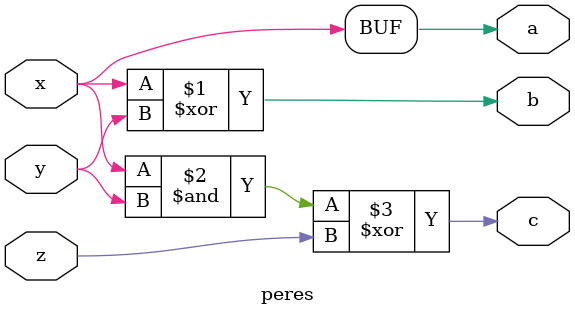
<source format=v>
module ency_master(o,i,clk,rst);
output [23:0]o;
input [23:0]i;
input clk, rst;

ency_red e1({o[7:0]},{i[7:0]},clk,rst);
ency_green e2({o[15:8]}, {i[15:8]}, clk, rst);
ency_blue e3({o[23:16]}, {i[23:16]}, clk, rst);

endmodule



module ency_red(o,i,clk,rst);
output [7:0]o;
input clk,rst;
input [7:0]i;
//inout [7:0]oe;
wire [7:0]e;
wire [15:0]w;
//wire [15:0]we;

peres p1(w[0],w[1],w[2],i[0],i[1],i[2]);
peres p2(w[3],w[4],w[5],i[5],i[6],i[7]);
feynman_gt f1(w[6],w[7],i[3],i[4]);
pphcg s1(w[8],w[9],w[10],w[11],w[0],w[1],w[2],w[6]);
pphcg s2(w[12],w[13],w[14],w[15],w[7],w[3],w[4],w[5]);
xor_gt x1(o[0],o[1],o[2],o[3],w[8],w[9],w[10],w[11],e[0],e[1],e[2],e[3]);
xor_gt x2(o[4],o[5],o[6],o[7],w[12],w[13],w[14],w[15],e[4],e[5],e[6],e[7]);
lfsr_e1 l1(clk,rst, e);

//xor_gt x3(we[0],we[1],we[2],we[3],oe[0],oe[1],oe[2],oe[3],e[0],e[1],e[2],e[3]);
//xor_gt x4(we[4],we[5],we[6],we[7],oe[4],oe[5],oe[6],oe[7],e[4],e[5],e[6],e[7]);
//scl_gt s3(we[8],we[9],we[10],we[11],we[0],we[1],we[2],we[3]);
//scl_gt s4(we[12],we[13],we[14],we[15],we[4],we[5],we[6],we[7]);
//feynman_gt f2(o[3],o[4],we[11],we[12]);
//peres p3(o[0],o[1],o[2],we[8],we[9],we[10]);
//peres p4(o[5],o[6],o[7],we[13],we[14],we[15]);


endmodule


module ency_blue(o,i,clk,rst);
output [7:0]o;
input clk,rst;
input [7:0]i;
//inout [7:0]oe;
wire [7:0]e;
wire [15:0]w;
//wire [15:0]we;

peres p1(w[0],w[1],w[2],i[0],i[1],i[2]);
peres p2(w[3],w[4],w[5],i[5],i[6],i[7]);
feynman_gt f1(w[6],w[7],i[3],i[4]);
pphcg s1(w[8],w[9],w[10],w[11],w[0],w[1],w[2],w[6]);
pphcg s2(w[12],w[13],w[14],w[15],w[7],w[3],w[4],w[5]);
xor_gt x1(o[0],o[1],o[2],o[3],w[8],w[9],w[10],w[11],e[0],e[1],e[2],e[3]);
xor_gt x2(o[4],o[5],o[6],o[7],w[12],w[13],w[14],w[15],e[4],e[5],e[6],e[7]);
lfsr_e3 l1(clk,rst, e);

//xor_gt x3(we[0],we[1],we[2],we[3],oe[0],oe[1],oe[2],oe[3],e[0],e[1],e[2],e[3]);
//xor_gt x4(we[4],we[5],we[6],we[7],oe[4],oe[5],oe[6],oe[7],e[4],e[5],e[6],e[7]);
//scl_gt s3(we[8],we[9],we[10],we[11],we[0],we[1],we[2],we[3]);
//scl_gt s4(we[12],we[13],we[14],we[15],we[4],we[5],we[6],we[7]);
//feynman_gt f2(o[3],o[4],we[11],we[12]);
//peres p3(o[0],o[1],o[2],we[8],we[9],we[10]);
//peres p4(o[5],o[6],o[7],we[13],we[14],we[15]);


endmodule


module ency_green(o,i,clk,rst);
output [7:0]o;
input clk,rst;
input [7:0]i;
//inout [7:0]oe;
wire [7:0]e;
wire [15:0]w;
//wire [15:0]we;

peres p1(w[0],w[1],w[2],i[0],i[1],i[2]);
peres p2(w[3],w[4],w[5],i[5],i[6],i[7]);
feynman_gt f1(w[6],w[7],i[3],i[4]);
pphcg s1(w[8],w[9],w[10],w[11],w[0],w[1],w[2],w[6]);
pphcg s2(w[12],w[13],w[14],w[15],w[7],w[3],w[4],w[5]);
xor_gt x1(o[0],o[1],o[2],o[3],w[8],w[9],w[10],w[11],e[0],e[1],e[2],e[3]);
xor_gt x2(o[4],o[5],o[6],o[7],w[12],w[13],w[14],w[15],e[4],e[5],e[6],e[7]);
lfsr_e2 l1(clk,rst, e);

//xor_gt x3(we[0],we[1],we[2],we[3],oe[0],oe[1],oe[2],oe[3],e[0],e[1],e[2],e[3]);
//xor_gt x4(we[4],we[5],we[6],we[7],oe[4],oe[5],oe[6],oe[7],e[4],e[5],e[6],e[7]);
//scl_gt s3(we[8],we[9],we[10],we[11],we[0],we[1],we[2],we[3]);
//scl_gt s4(we[12],we[13],we[14],we[15],we[4],we[5],we[6],we[7]);
//feynman_gt f2(o[3],o[4],we[11],we[12]);
//peres p3(o[0],o[1],o[2],we[8],we[9],we[10]);
//peres p4(o[5],o[6],o[7],we[13],we[14],we[15]);


endmodule


module lfsr_e1 (
    input wire clk,
    input wire rst,         
    output reg [7:0] lfsr
);

wire feedback;

assign feedback = lfsr[7] ^ lfsr[5] ^ lfsr[4] ^ lfsr[3];

always @(posedge clk) begin
    if (rst)
        lfsr <= 8'b00000001;  // Seed value (must be non-zero)
    else
        lfsr <= {lfsr[6:0], feedback};
end

endmodule



module lfsr_e2 (
    input wire clk,
    input wire rst,         // Active-high synchronous reset
    output reg [7:0] lfsr
);

wire feedback;

// New feedback taps at positions 7, 5, 4, 3, 2, 1
assign feedback = lfsr[7] ^ lfsr[5] ^ lfsr[4] ^ lfsr[3] ^ lfsr[2] ^ lfsr[1];

always @(posedge clk) begin
    if (rst)
        lfsr <= 8'b00000001;  // Seed value (must be non-zero)
    else
        lfsr <= {lfsr[6:0], feedback};
end

endmodule


module lfsr_e3 (
    input wire clk,
    input wire rst,         // Active-high synchronous reset
    output reg [7:0] lfsr
);

wire feedback;

// New feedback function with taps at positions 7, 5, 4, 1
assign feedback = lfsr[7] ^ lfsr[5] ^ lfsr[4] ^ lfsr[1];

always @(posedge clk) begin
    if (rst)
        lfsr <= 8'b00000001;  // Seed value (must be non-zero)
    else
        lfsr <= {lfsr[6:0], feedback};
end

endmodule


 module xor_gt(p, q, r, s, f1, f2, f3, fy, k1, k2, k3, k4);
    input f1, f2, f3, fy, k1, k2, k3, k4;
    output p, q, r, s;
    assign p = f1 ^ k1;
    assign q = f2 ^ k2;
    assign r = f3 ^ k3;
    assign s = fy ^ k4;
endmodule


module feynman_gt(p, q, a, b);
    input a, b;
    output p, q;
    assign p = a;
    assign q = a ^ b;
endmodule



module pphcg(a,b,c,d,w,x,y,z);
output a,b,c,d;
input w,x,y,z;
assign a=x^y^z;
assign b=w^x^y;
assign c=w^x^z;
assign d=w^y^z;
endmodule

module peres(a,b,c,x,y,z);
output a,b,c;
input x,y,z;
assign a=x;
assign b=x^y;
assign c=x&y^z;
endmodule

</source>
